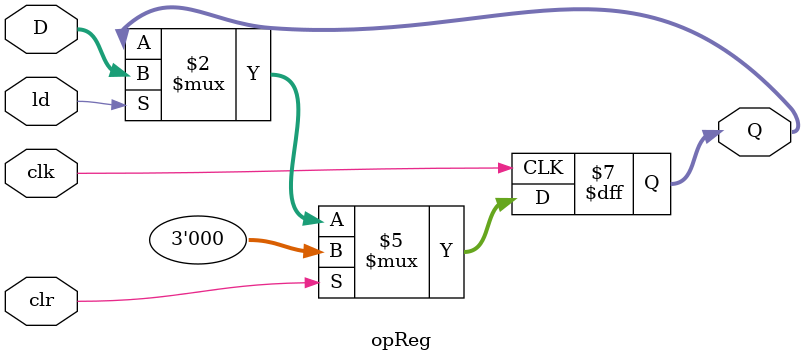
<source format=v>
`timescale 1ns / 1ps

module opReg(ld, clr, clk, D, Q);
//inputs
input clr, clk, ld;

//operation Code
input [2:0] D;
//output operation COde
output reg [2:0] Q;

always @ (posedge clk)
    //if clear the output will be 0
    if(clr)
        Q <= 0;
        //if load the output will be the input
    else if(ld)
        Q <= D;
        
endmodule

</source>
